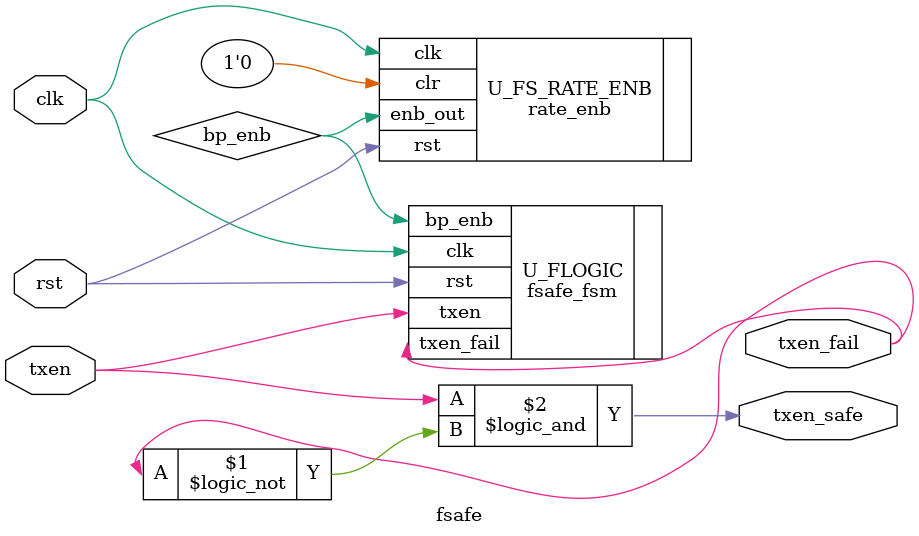
<source format=sv>
`timescale 1ns / 1ps

module fsafe #(parameter BIT_RATE = 50000, BPLIMIT = 512)
(
    input clk, rst, txen,
    output txen_safe, txen_fail
);

    logic bp_enb;

    rate_enb #(.RATE_HZ(BIT_RATE))   U_FS_RATE_ENB(.clk, .rst, .clr(1'b0), .enb_out(bp_enb));
    fsafe_fsm #(.BPLIMIT(BPLIMIT*8)) U_FLOGIC (.clk, .rst, .txen, .bp_enb, .txen_fail);
    
    assign txen_safe = txen && (!txen_fail);

endmodule: fsafe

</source>
